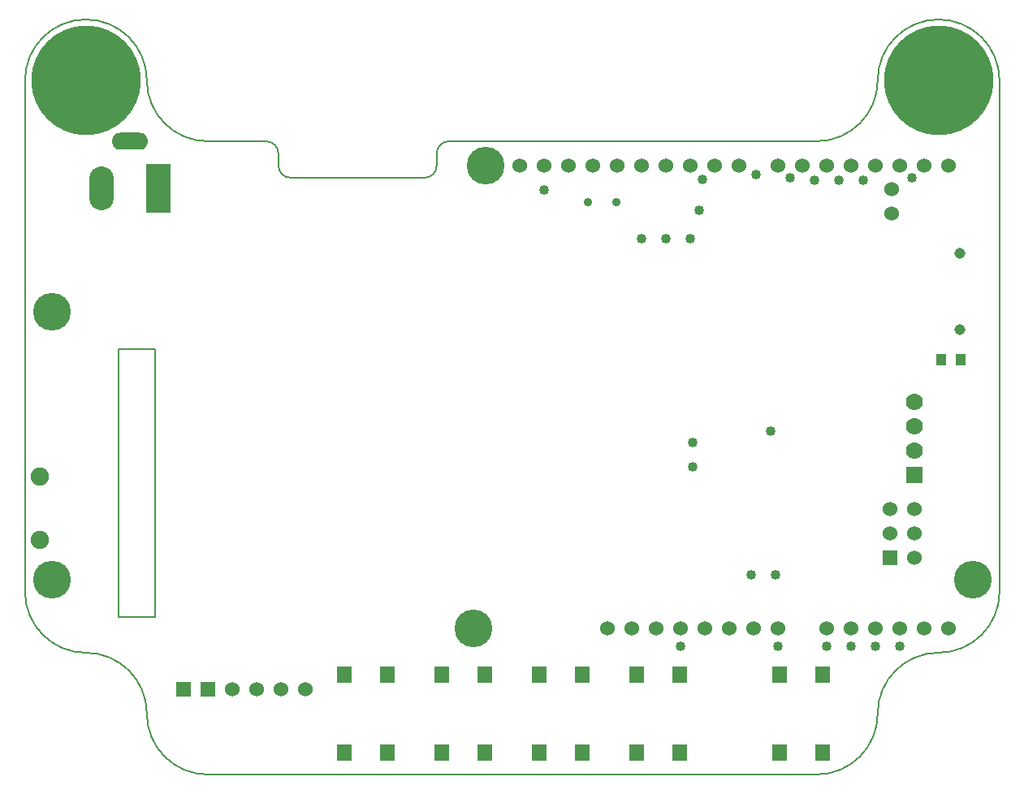
<source format=gts>
G04 (created by PCBNEW (2013-03-15 BZR 4003)-stable) date 17-Jul-13 5:35:48 PM*
%MOIN*%
G04 Gerber Fmt 3.4, Leading zero omitted, Abs format*
%FSLAX34Y34*%
G01*
G70*
G90*
G04 APERTURE LIST*
%ADD10C,0*%
%ADD11C,0.005*%
%ADD12C,0.04*%
%ADD13R,0.06X0.06*%
%ADD14C,0.06*%
%ADD15C,0.45*%
%ADD16C,0.07*%
%ADD17R,0.07X0.07*%
%ADD18C,0.075*%
%ADD19C,0.155*%
%ADD20O,0.1X0.18*%
%ADD21R,0.1X0.2*%
%ADD22O,0.15X0.07*%
%ADD23C,0.045*%
%ADD24R,0.04X0.05*%
%ADD25R,0.06X0.07*%
%ADD26C,0.0354331*%
G04 APERTURE END LIST*
G54D10*
G54D11*
X19900Y-19000D02*
X17500Y-19000D01*
X20400Y-19500D02*
G75*
G03X19900Y-19000I-500J0D01*
G74*
G01*
X27400Y-19000D02*
G75*
G03X26900Y-19500I0J-500D01*
G74*
G01*
X26400Y-20500D02*
G75*
G03X26900Y-20000I0J500D01*
G74*
G01*
X20400Y-20000D02*
G75*
G03X20900Y-20500I500J0D01*
G74*
G01*
X26900Y-19500D02*
X26900Y-20000D01*
X20400Y-19500D02*
X20400Y-20000D01*
X20900Y-20500D02*
X26400Y-20500D01*
X27400Y-19000D02*
X42500Y-19000D01*
X47500Y-40000D02*
G75*
G03X50000Y-37500I0J2500D01*
G74*
G01*
X42500Y-45000D02*
G75*
G03X45000Y-42500I0J2500D01*
G74*
G01*
X47500Y-40000D02*
G75*
G03X45000Y-42500I0J-2500D01*
G74*
G01*
X15000Y-42500D02*
G75*
G03X17500Y-45000I2500J0D01*
G74*
G01*
X10000Y-37500D02*
G75*
G03X12500Y-40000I2500J0D01*
G74*
G01*
X15000Y-42500D02*
G75*
G03X12500Y-40000I-2500J0D01*
G74*
G01*
X42500Y-19000D02*
G75*
G03X45000Y-16500I0J2500D01*
G74*
G01*
X50000Y-16500D02*
G75*
G03X47500Y-14000I-2500J0D01*
G74*
G01*
X47500Y-14000D02*
G75*
G03X45000Y-16500I0J-2500D01*
G74*
G01*
X15000Y-16500D02*
G75*
G03X17500Y-19000I2500J0D01*
G74*
G01*
X15000Y-16500D02*
G75*
G03X12500Y-14000I-2500J0D01*
G74*
G01*
X12500Y-14000D02*
G75*
G03X10000Y-16500I0J-2500D01*
G74*
G01*
X13850Y-38550D02*
X15350Y-38550D01*
X13850Y-27550D02*
X13850Y-38550D01*
X15350Y-27550D02*
X13850Y-27550D01*
X15350Y-38550D02*
X15350Y-27550D01*
X42500Y-45000D02*
X17500Y-45000D01*
X10000Y-37500D02*
X10000Y-16500D01*
X50000Y-16500D02*
X50000Y-37500D01*
G54D12*
X40610Y-30900D03*
X37400Y-32375D03*
G54D13*
X16500Y-41500D03*
X17500Y-41500D03*
G54D14*
X18500Y-41500D03*
X19500Y-41500D03*
X20500Y-41500D03*
X21500Y-41500D03*
G54D15*
X12500Y-16500D03*
G54D16*
X46500Y-29700D03*
X46500Y-30700D03*
X46500Y-31700D03*
G54D17*
X46500Y-32700D03*
G54D12*
X37400Y-31375D03*
X39800Y-36800D03*
X40800Y-36800D03*
G54D15*
X47500Y-16500D03*
G54D18*
X10600Y-35375D03*
X10600Y-32775D03*
G54D14*
X45575Y-20975D03*
X45575Y-21975D03*
G54D12*
X37675Y-21850D03*
G54D19*
X11100Y-26000D03*
X11100Y-37000D03*
G54D20*
X13125Y-20925D03*
G54D21*
X15487Y-20925D03*
G54D22*
X14306Y-18995D03*
G54D23*
X48363Y-23597D03*
X48363Y-26747D03*
G54D24*
X47615Y-27970D03*
X48415Y-27970D03*
G54D25*
X24890Y-44110D03*
X24890Y-40890D03*
X23110Y-40890D03*
X23110Y-44110D03*
X32890Y-44110D03*
X32890Y-40890D03*
X31110Y-40890D03*
X31110Y-44110D03*
X36890Y-44110D03*
X36890Y-40890D03*
X35110Y-40890D03*
X35110Y-44110D03*
X28890Y-44110D03*
X28890Y-40890D03*
X27110Y-40890D03*
X27110Y-44110D03*
X42740Y-44110D03*
X42740Y-40890D03*
X40960Y-40890D03*
X40960Y-44110D03*
G54D26*
X34290Y-21510D03*
X33109Y-21510D03*
G54D12*
X42900Y-39750D03*
X43900Y-39750D03*
X44900Y-39750D03*
X46400Y-20500D03*
X44400Y-20600D03*
X43400Y-20600D03*
X42400Y-20600D03*
X41400Y-20500D03*
X40000Y-20380D03*
X37800Y-20570D03*
X37300Y-23000D03*
X36300Y-23000D03*
X35300Y-23000D03*
X40900Y-39750D03*
X36900Y-39750D03*
X45900Y-39750D03*
X31300Y-21000D03*
G54D14*
X47900Y-39000D03*
X46900Y-39000D03*
X45900Y-39000D03*
X42900Y-39000D03*
X43900Y-39000D03*
X44900Y-39000D03*
X40900Y-39000D03*
X39900Y-39000D03*
X38900Y-39000D03*
X36900Y-39000D03*
X35900Y-39000D03*
X47900Y-20000D03*
X46900Y-20000D03*
X45900Y-20000D03*
X44900Y-20000D03*
X43900Y-20000D03*
X42900Y-20000D03*
X41900Y-20000D03*
X40900Y-20000D03*
X39300Y-20000D03*
X38300Y-20000D03*
X37300Y-20000D03*
X36300Y-20000D03*
X35300Y-20000D03*
X34300Y-20000D03*
X33300Y-20000D03*
X32300Y-20000D03*
X37900Y-39000D03*
G54D19*
X48900Y-37000D03*
X28900Y-20000D03*
X28400Y-39000D03*
G54D14*
X34900Y-39000D03*
X31300Y-20000D03*
X30300Y-20000D03*
X33900Y-39000D03*
G54D13*
X45500Y-36100D03*
G54D14*
X46500Y-36100D03*
X45500Y-35100D03*
X46500Y-35100D03*
X45500Y-34100D03*
X46500Y-34100D03*
M02*

</source>
